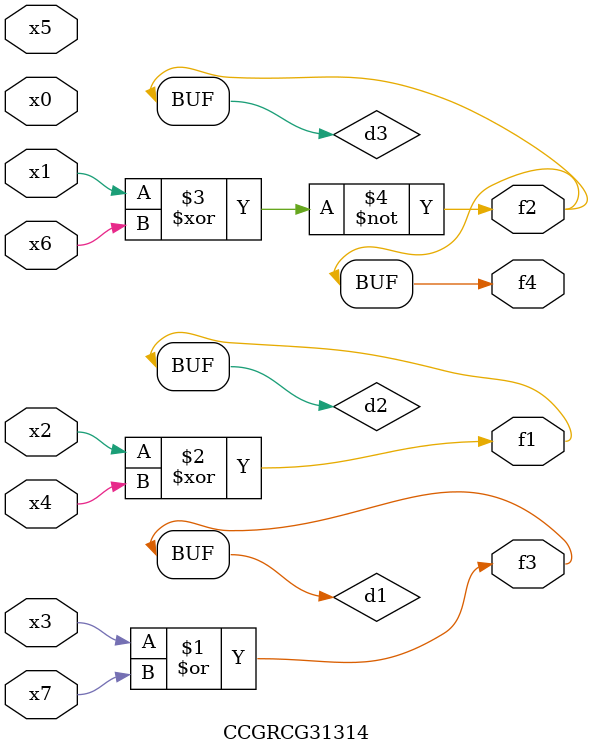
<source format=v>
module CCGRCG31314(
	input x0, x1, x2, x3, x4, x5, x6, x7,
	output f1, f2, f3, f4
);

	wire d1, d2, d3;

	or (d1, x3, x7);
	xor (d2, x2, x4);
	xnor (d3, x1, x6);
	assign f1 = d2;
	assign f2 = d3;
	assign f3 = d1;
	assign f4 = d3;
endmodule

</source>
